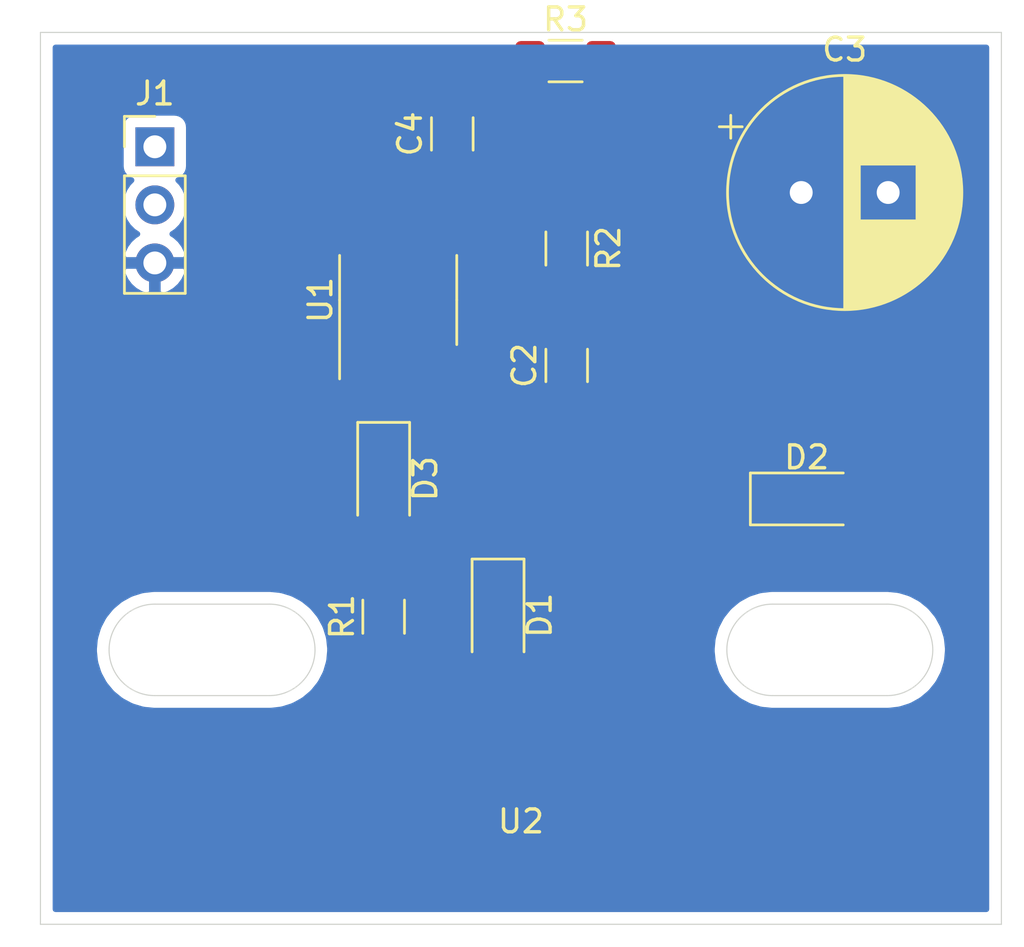
<source format=kicad_pcb>
(kicad_pcb (version 20211014) (generator pcbnew)
  (layers (0 "F.Cu" signal) (31 "B.Cu" signal) (34 "B.Paste" user) (35 "F.Paste" user) (36 "B.SilkS" user "B.Silkscreen") (37 "F.SilkS" user "F.Silkscreen") (38 "B.Mask" user) (39 "F.Mask" user) (44 "Edge.Cuts" user))
  (net 0 "")
  (net 1 "Net-(C2-Pad2)")
  (net 2 "GND")
  (net 3 "+9V")
  (net 4 "Net-(C4-Pad1)")
  (net 5 "Net-(J1-Pad2)")
  (net 6 "+12V")
  (net 7 "Net-(R1-Pad1)")
  (net 8 "Net-(D1-Pad1)")
  (net 9 "Net-(D3-Pad1)")
  (footprint "Capacitor_SMD:C_1206_3216Metric_Pad1.33x1.80mm_HandSolder" (layer "F.Cu") (at 150 92.5625 90)
    (fp_text reference "C2" (at 0 -1.85 90) (layer "F.SilkS"))
    (fp_text value "100p")
    (fp_line (start -0.711252 -0.91) (end 0.711252 -0.91) (layer "F.SilkS") (width 0.12))
    (fp_line (start -0.711252 0.91) (end 0.711252 0.91) (layer "F.SilkS") (width 0.12))
    (pad "1" smd roundrect locked (at -1.5625 0 90) (size 1.325 1.8) (layers "F.Cu" "F.Paste" "F.Mask") (roundrect_rratio 0.188679) (net 2 "GND"))
    (pad "2" smd roundrect locked (at 1.5625 0 90) (size 1.325 1.8) (layers "F.Cu" "F.Paste" "F.Mask") (roundrect_rratio 0.188679) (net 1 "Net-(C2-Pad2)"))
  )
  (footprint "Capacitor_THT:CP_Radial_D10.0mm_P3.80mm" (layer "F.Cu") (at 160.25 85)
    (fp_text reference "C3" (at 1.9 -6.25) (layer "F.SilkS"))
    (fp_text value "10u")
    (fp_line (start 2.941 1.241) (end 2.941 4.974) (layer "F.SilkS") (width 0.12))
    (fp_line (start 2.861 -4.99) (end 2.861 -1.241) (layer "F.SilkS") (width 0.12))
    (fp_line (start 6.061 -2.945) (end 6.061 2.945) (layer "F.SilkS") (width 0.12))
    (fp_line (start 3.061 1.241) (end 3.061 4.947) (layer "F.SilkS") (width 0.12))
    (fp_line (start 6.981 -0.599) (end 6.981 0.599) (layer "F.SilkS") (width 0.12))
    (fp_line (start 6.581 -2.037) (end 6.581 2.037) (layer "F.SilkS") (width 0.12))
    (fp_line (start 5.461 -3.64) (end 5.461 3.64) (layer "F.SilkS") (width 0.12))
    (fp_line (start 4.901 1.241) (end 4.901 4.11) (layer "F.SilkS") (width 0.12))
    (fp_line (start 4.301 1.241) (end 4.301 4.483) (layer "F.SilkS") (width 0.12))
    (fp_line (start 6.501 -2.209) (end 6.501 2.209) (layer "F.SilkS") (width 0.12))
    (fp_line (start 4.141 -4.564) (end 4.141 -1.241) (layer "F.SilkS") (width 0.12))
    (fp_line (start 2.46 -5.05) (end 2.46 5.05) (layer "F.SilkS") (width 0.12))
    (fp_line (start 4.581 -4.323) (end 4.581 -1.241) (layer "F.SilkS") (width 0.12))
    (fp_line (start 6.861 -1.23) (end 6.861 1.23) (layer "F.SilkS") (width 0.12))
    (fp_line (start 4.941 1.241) (end 4.941 4.08) (layer "F.SilkS") (width 0.12))
    (fp_line (start 2.02 -5.079) (end 2.02 5.079) (layer "F.SilkS") (width 0.12))
    (fp_line (start 5.021 1.241) (end 5.021 4.02) (layer "F.SilkS") (width 0.12))
    (fp_line (start 3.741 1.241) (end 3.741 4.738) (layer "F.SilkS") (width 0.12))
    (fp_line (start 6.941 -0.862) (end 6.941 0.862) (layer "F.SilkS") (width 0.12))
    (fp_line (start 4.221 1.241) (end 4.221 4.525) (layer "F.SilkS") (width 0.12))
    (fp_line (start 6.901 -1.062) (end 6.901 1.062) (layer "F.SilkS") (width 0.12))
    (fp_line (start 6.741 -1.63) (end 6.741 1.63) (layer "F.SilkS") (width 0.12))
    (fp_line (start 4.261 1.241) (end 4.261 4.504) (layer "F.SilkS") (width 0.12))
    (fp_line (start 2.22 -5.07) (end 2.22 5.07) (layer "F.SilkS") (width 0.12))
    (fp_line (start 2.821 -4.997) (end 2.821 -1.241) (layer "F.SilkS") (width 0.12))
    (fp_line (start 2.741 -5.011) (end 2.741 -1.241) (layer "F.SilkS") (width 0.12))
    (fp_line (start 4.021 1.241) (end 4.021 4.621) (layer "F.SilkS") (width 0.12))
    (fp_line (start 3.701 1.241) (end 3.701 4.754) (layer "F.SilkS") (width 0.12))
    (fp_line (start 3.661 1.241) (end 3.661 4.768) (layer "F.SilkS") (width 0.12))
    (fp_line (start 6.101 -2.889) (end 6.101 2.889) (layer "F.SilkS") (width 0.12))
    (fp_line (start 4.541 -4.347) (end 4.541 -1.241) (layer "F.SilkS") (width 0.12))
    (fp_line (start 4.021 -4.621) (end 4.021 -1.241) (layer "F.SilkS") (width 0.12))
    (fp_line (start 4.261 -4.504) (end 4.261 -1.241) (layer "F.SilkS") (width 0.12))
    (fp_line (start 4.101 1.241) (end 4.101 4.584) (layer "F.SilkS") (width 0.12))
    (fp_line (start 5.261 -3.824) (end 5.261 3.824) (layer "F.SilkS") (width 0.12))
    (fp_line (start 2.621 -5.03) (end 2.621 -1.241) (layer "F.SilkS") (width 0.12))
    (fp_line (start 3.741 -4.738) (end 3.741 -1.241) (layer "F.SilkS") (width 0.12))
    (fp_line (start 5.421 -3.679) (end 5.421 3.679) (layer "F.SilkS") (width 0.12))
    (fp_line (start 2.981 1.241) (end 2.981 4.965) (layer "F.SilkS") (width 0.12))
    (fp_line (start 6.821 -1.378) (end 6.821 1.378) (layer "F.SilkS") (width 0.12))
    (fp_line (start 3.981 -4.639) (end 3.981 -1.241) (layer "F.SilkS") (width 0.12))
    (fp_line (start 2.981 -4.965) (end 2.981 -1.241) (layer "F.SilkS") (width 0.12))
    (fp_line (start 6.541 -2.125) (end 6.541 2.125) (layer "F.SilkS") (width 0.12))
    (fp_line (start 4.661 -4.273) (end 4.661 -1.241) (layer "F.SilkS") (width 0.12))
    (fp_line (start 3.581 -4.797) (end 3.581 -1.241) (layer "F.SilkS") (width 0.12))
    (fp_line (start 3.661 -4.768) (end 3.661 -1.241) (layer "F.SilkS") (width 0.12))
    (fp_line (start 6.301 -2.579) (end 6.301 2.579) (layer "F.SilkS") (width 0.12))
    (fp_line (start 5.101 -3.957) (end 5.101 3.957) (layer "F.SilkS") (width 0.12))
    (fp_line (start 3.101 1.241) (end 3.101 4.938) (layer "F.SilkS") (width 0.12))
    (fp_line (start 4.461 1.241) (end 4.461 4.395) (layer "F.SilkS") (width 0.12))
    (fp_line (start 6.621 -1.944) (end 6.621 1.944) (layer "F.SilkS") (width 0.12))
    (fp_line (start 2.18 -5.073) (end 2.18 5.073) (layer "F.SilkS") (width 0.12))
    (fp_line (start 3.421 1.241) (end 3.421 4.85) (layer "F.SilkS") (width 0.12))
    (fp_line (start 5.781 -3.301) (end 5.781 3.301) (layer "F.SilkS") (width 0.12))
    (fp_line (start 3.861 1.241) (end 3.861 4.69) (layer "F.SilkS") (width 0.12))
    (fp_line (start 3.301 -4.885) (end 3.301 -1.241) (layer "F.SilkS") (width 0.12))
    (fp_line (start 3.621 -4.783) (end 3.621 -1.241) (layer "F.SilkS") (width 0.12))
    (fp_line (start 4.941 -4.08) (end 4.941 -1.241) (layer "F.SilkS") (width 0.12))
    (fp_line (start 3.461 -4.837) (end 3.461 -1.241) (layer "F.SilkS") (width 0.12))
    (fp_line (start 3.341 1.241) (end 3.341 4.874) (layer "F.SilkS") (width 0.12))
    (fp_line (start 4.781 -4.194) (end 4.781 -1.241) (layer "F.SilkS") (width 0.12))
    (fp_line (start 4.781 1.241) (end 4.781 4.194) (layer "F.SilkS") (width 0.12))
    (fp_line (start 3.901 -4.674) (end 3.901 -1.241) (layer "F.SilkS") (width 0.12))
    (fp_line (start 2.901 1.241) (end 2.901 4.982) (layer "F.SilkS") (width 0.12))
    (fp_line (start 4.301 -4.483) (end 4.301 -1.241) (layer "F.SilkS") (width 0.12))
    (fp_line (start 5.501 -3.601) (end 5.501 3.601) (layer "F.SilkS") (width 0.12))
    (fp_line (start 3.101 -4.938) (end 3.101 -1.241) (layer "F.SilkS") (width 0.12))
    (fp_line (start 5.301 -3.789) (end 5.301 3.789) (layer "F.SilkS") (width 0.12))
    (fp_line (start 4.381 1.241) (end 4.381 4.44) (layer "F.SilkS") (width 0.12))
    (fp_line (start 3.381 -4.862) (end 3.381 -1.241) (layer "F.SilkS") (width 0.12))
    (fp_line (start 5.181 -3.892) (end 5.181 3.892) (layer "F.SilkS") (width 0.12))
    (fp_line (start 5.341 -3.753) (end 5.341 3.753) (layer "F.SilkS") (width 0.12))
    (fp_line (start 5.901 -3.156) (end 5.901 3.156) (layer "F.SilkS") (width 0.12))
    (fp_line (start 2.861 1.241) (end 2.861 4.99) (layer "F.SilkS") (width 0.12))
    (fp_line (start 2.14 -5.075) (end 2.14 5.075) (layer "F.SilkS") (width 0.12))
    (fp_line (start 4.101 -4.584) (end 4.101 -1.241) (layer "F.SilkS") (width 0.12))
    (fp_line (start 3.221 1.241) (end 3.221 4.907) (layer "F.SilkS") (width 0.12))
    (fp_line (start 4.581 1.241) (end 4.581 4.323) (layer "F.SilkS") (width 0.12))
    (fp_line (start 3.901 1.241) (end 3.901 4.674) (layer "F.SilkS") (width 0.12))
    (fp_line (start 2.821 1.241) (end 2.821 4.997) (layer "F.SilkS") (width 0.12))
    (fp_line (start 4.981 -4.05) (end 4.981 -1.241) (layer "F.SilkS") (width 0.12))
    (fp_line (start 5.221 -3.858) (end 5.221 3.858) (layer "F.SilkS") (width 0.12))
    (fp_line (start 5.701 -3.392) (end 5.701 3.392) (layer "F.SilkS") (width 0.12))
    (fp_line (start 5.061 -3.989) (end 5.061 3.989) (layer "F.SilkS") (width 0.12))
    (fp_line (start 1.9 -5.08) (end 1.9 5.08) (layer "F.SilkS") (width 0.12))
    (fp_line (start 2.42 -5.054) (end 2.42 5.054) (layer "F.SilkS") (width 0.12))
    (fp_line (start 2.06 -5.078) (end 2.06 5.078) (layer "F.SilkS") (width 0.12))
    (fp_line (start 6.181 -2.77) (end 6.181 2.77) (layer "F.SilkS") (width 0.12))
    (fp_line (start 4.741 1.241) (end 4.741 4.221) (layer "F.SilkS") (width 0.12))
    (fp_line (start 4.381 -4.44) (end 4.381 -1.241) (layer "F.SilkS") (width 0.12))
    (fp_line (start 3.781 1.241) (end 3.781 4.723) (layer "F.SilkS") (width 0.12))
    (fp_line (start 6.781 -1.51) (end 6.781 1.51) (layer "F.SilkS") (width 0.12))
    (fp_line (start 6.421 -2.365) (end 6.421 2.365) (layer "F.SilkS") (width 0.12))
    (fp_line (start 5.581 -3.52) (end 5.581 3.52) (layer "F.SilkS") (width 0.12))
    (fp_line (start 3.501 1.241) (end 3.501 4.824) (layer "F.SilkS") (width 0.12))
    (fp_line (start 3.261 1.241) (end 3.261 4.897) (layer "F.SilkS") (width 0.12))
    (fp_line (start 1.94 -5.08) (end 1.94 5.08) (layer "F.SilkS") (width 0.12))
    (fp_line (start 3.301 1.241) (end 3.301 4.885) (layer "F.SilkS") (width 0.12))
    (fp_line (start 4.421 1.241) (end 4.421 4.417) (layer "F.SilkS") (width 0.12))
    (fp_line (start 5.021 -4.02) (end 5.021 -1.241) (layer "F.SilkS") (width 0.12))
    (fp_line (start 3.381 1.241) (end 3.381 4.862) (layer "F.SilkS") (width 0.12))
    (fp_line (start 2.34 -5.062) (end 2.34 5.062) (layer "F.SilkS") (width 0.12))
    (fp_line (start 4.981 1.241) (end 4.981 4.05) (layer "F.SilkS") (width 0.12))
    (fp_line (start 4.061 -4.603) (end 4.061 -1.241) (layer "F.SilkS") (width 0.12))
    (fp_line (start 6.461 -2.289) (end 6.461 2.289) (layer "F.SilkS") (width 0.12))
    (fp_line (start 3.501 -4.824) (end 3.501 -1.241) (layer "F.SilkS") (width 0.12))
    (fp_line (start 5.381 -3.716) (end 5.381 3.716) (layer "F.SilkS") (width 0.12))
    (fp_line (start -3.579646 -2.875) (end -2.579646 -2.875) (layer "F.SilkS") (width 0.12))
    (fp_line (start 3.541 -4.811) (end 3.541 -1.241) (layer "F.SilkS") (width 0.12))
    (fp_line (start 1.98 -5.08) (end 1.98 5.08) (layer "F.SilkS") (width 0.12))
    (fp_line (start 4.181 -4.545) (end 4.181 -1.241) (layer "F.SilkS") (width 0.12))
    (fp_line (start 4.861 1.241) (end 4.861 4.138) (layer "F.SilkS") (width 0.12))
    (fp_line (start 3.021 1.241) (end 3.021 4.956) (layer "F.SilkS") (width 0.12))
    (fp_line (start 3.221 -4.907) (end 3.221 -1.241) (layer "F.SilkS") (width 0.12))
    (fp_line (start 2.5 -5.045) (end 2.5 5.045) (layer "F.SilkS") (width 0.12))
    (fp_line (start 3.181 1.241) (end 3.181 4.918) (layer "F.SilkS") (width 0.12))
    (fp_line (start 6.661 -1.846) (end 6.661 1.846) (layer "F.SilkS") (width 0.12))
    (fp_line (start 3.621 1.241) (end 3.621 4.783) (layer "F.SilkS") (width 0.12))
    (fp_line (start 2.661 -5.024) (end 2.661 -1.241) (layer "F.SilkS") (width 0.12))
    (fp_line (start 2.741 1.241) (end 2.741 5.011) (layer "F.SilkS") (width 0.12))
    (fp_line (start 2.661 1.241) (end 2.661 5.024) (layer "F.SilkS") (width 0.12))
    (fp_line (start 4.341 1.241) (end 4.341 4.462) (layer "F.SilkS") (width 0.12))
    (fp_line (start 2.621 1.241) (end 2.621 5.03) (layer "F.SilkS") (width 0.12))
    (fp_line (start 4.621 1.241) (end 4.621 4.298) (layer "F.SilkS") (width 0.12))
    (fp_line (start 3.181 -4.918) (end 3.181 -1.241) (layer "F.SilkS") (width 0.12))
    (fp_line (start 3.141 -4.928) (end 3.141 -1.241) (layer "F.SilkS") (width 0.12))
    (fp_line (start 6.021 -3) (end 6.021 3) (layer "F.SilkS") (width 0.12))
    (fp_line (start 5.821 -3.254) (end 5.821 3.254) (layer "F.SilkS") (width 0.12))
    (fp_line (start 5.621 -3.478) (end 5.621 3.478) (layer "F.SilkS") (width 0.12))
    (fp_line (start 3.701 -4.754) (end 3.701 -1.241) (layer "F.SilkS") (width 0.12))
    (fp_line (start 2.38 -5.058) (end 2.38 5.058) (layer "F.SilkS") (width 0.12))
    (fp_line (start 3.821 1.241) (end 3.821 4.707) (layer "F.SilkS") (width 0.12))
    (fp_line (start 2.54 -5.04) (end 2.54 5.04) (layer "F.SilkS") (width 0.12))
    (fp_line (start 5.741 -3.347) (end 5.741 3.347) (layer "F.SilkS") (width 0.12))
    (fp_line (start 3.861 -4.69) (end 3.861 -1.241) (layer "F.SilkS") (width 0.12))
    (fp_line (start 3.941 1.241) (end 3.941 4.657) (layer "F.SilkS") (width 0.12))
    (fp_line (start 2.26 -5.068) (end 2.26 5.068) (layer "F.SilkS") (width 0.12))
    (fp_line (start 3.981 1.241) (end 3.981 4.639) (layer "F.SilkS") (width 0.12))
    (fp_line (start 4.621 -4.298) (end 4.621 -1.241) (layer "F.SilkS") (width 0.12))
    (fp_line (start 2.701 1.241) (end 2.701 5.018) (layer "F.SilkS") (width 0.12))
    (fp_line (start 6.221 -2.709) (end 6.221 2.709) (layer "F.SilkS") (width 0.12))
    (fp_line (start 2.3 -5.065) (end 2.3 5.065) (layer "F.SilkS") (width 0.12))
    (fp_line (start 6.381 -2.439) (end 6.381 2.439) (layer "F.SilkS") (width 0.12))
    (fp_line (start -3.079646 -3.375) (end -3.079646 -2.375) (layer "F.SilkS") (width 0.12))
    (fp_line (start 4.741 -4.221) (end 4.741 -1.241) (layer "F.SilkS") (width 0.12))
    (fp_line (start 6.701 -1.742) (end 6.701 1.742) (layer "F.SilkS") (width 0.12))
    (fp_line (start 5.661 -3.436) (end 5.661 3.436) (layer "F.SilkS") (width 0.12))
    (fp_line (start 5.541 -3.561) (end 5.541 3.561) (layer "F.SilkS") (width 0.12))
    (fp_line (start 4.821 1.241) (end 4.821 4.166) (layer "F.SilkS") (width 0.12))
    (fp_line (start 4.701 -4.247) (end 4.701 -1.241) (layer "F.SilkS") (width 0.12))
    (fp_line (start 6.341 -2.51) (end 6.341 2.51) (layer "F.SilkS") (width 0.12))
    (fp_line (start 4.541 1.241) (end 4.541 4.347) (layer "F.SilkS") (width 0.12))
    (fp_line (start 2.941 -4.974) (end 2.941 -1.241) (layer "F.SilkS") (width 0.12))
    (fp_line (start 5.941 -3.106) (end 5.941 3.106) (layer "F.SilkS") (width 0.12))
    (fp_line (start 6.141 -2.83) (end 6.141 2.83) (layer "F.SilkS") (width 0.12))
    (fp_line (start 2.58 -5.035) (end 2.58 -1.241) (layer "F.SilkS") (width 0.12))
    (fp_line (start 4.421 -4.417) (end 4.421 -1.241) (layer "F.SilkS") (width 0.12))
    (fp_line (start 3.421 -4.85) (end 3.421 -1.241) (layer "F.SilkS") (width 0.12))
    (fp_line (start 3.061 -4.947) (end 3.061 -1.241) (layer "F.SilkS") (width 0.12))
    (fp_line (start 4.181 1.241) (end 4.181 4.545) (layer "F.SilkS") (width 0.12))
    (fp_line (start 4.661 1.241) (end 4.661 4.273) (layer "F.SilkS") (width 0.12))
    (fp_line (start 3.541 1.241) (end 3.541 4.811) (layer "F.SilkS") (width 0.12))
    (fp_line (start 4.341 -4.462) (end 4.341 -1.241) (layer "F.SilkS") (width 0.12))
    (fp_line (start 2.58 1.241) (end 2.58 5.035) (layer "F.SilkS") (width 0.12))
    (fp_line (start 3.261 -4.897) (end 3.261 -1.241) (layer "F.SilkS") (width 0.12))
    (fp_line (start 4.461 -4.395) (end 4.461 -1.241) (layer "F.SilkS") (width 0.12))
    (fp_line (start 2.781 1.241) (end 2.781 5.004) (layer "F.SilkS") (width 0.12))
    (fp_line (start 2.701 -5.018) (end 2.701 -1.241) (layer "F.SilkS") (width 0.12))
    (fp_line (start 4.501 1.241) (end 4.501 4.371) (layer "F.SilkS") (width 0.12))
    (fp_line (start 3.341 -4.874) (end 3.341 -1.241) (layer "F.SilkS") (width 0.12))
    (fp_line (start 3.821 -4.707) (end 3.821 -1.241) (layer "F.SilkS") (width 0.12))
    (fp_line (start 4.501 -4.371) (end 4.501 -1.241) (layer "F.SilkS") (width 0.12))
    (fp_line (start 3.141 1.241) (end 3.141 4.928) (layer "F.SilkS") (width 0.12))
    (fp_line (start 3.941 -4.657) (end 3.941 -1.241) (layer "F.SilkS") (width 0.12))
    (fp_line (start 6.261 -2.645) (end 6.261 2.645) (layer "F.SilkS") (width 0.12))
    (fp_line (start 5.141 -3.925) (end 5.141 3.925) (layer "F.SilkS") (width 0.12))
    (fp_line (start 4.141 1.241) (end 4.141 4.564) (layer "F.SilkS") (width 0.12))
    (fp_line (start 4.701 1.241) (end 4.701 4.247) (layer "F.SilkS") (width 0.12))
    (fp_line (start 4.061 1.241) (end 4.061 4.603) (layer "F.SilkS") (width 0.12))
    (fp_line (start 2.781 -5.004) (end 2.781 -1.241) (layer "F.SilkS") (width 0.12))
    (fp_line (start 5.981 -3.054) (end 5.981 3.054) (layer "F.SilkS") (width 0.12))
    (fp_line (start 3.581 1.241) (end 3.581 4.797) (layer "F.SilkS") (width 0.12))
    (fp_line (start 3.021 -4.956) (end 3.021 -1.241) (layer "F.SilkS") (width 0.12))
    (fp_line (start 4.861 -4.138) (end 4.861 -1.241) (layer "F.SilkS") (width 0.12))
    (fp_line (start 4.221 -4.525) (end 4.221 -1.241) (layer "F.SilkS") (width 0.12))
    (fp_line (start 4.901 -4.11) (end 4.901 -1.241) (layer "F.SilkS") (width 0.12))
    (fp_line (start 4.821 -4.166) (end 4.821 -1.241) (layer "F.SilkS") (width 0.12))
    (fp_line (start 3.781 -4.723) (end 3.781 -1.241) (layer "F.SilkS") (width 0.12))
    (fp_line (start 5.861 -3.206) (end 5.861 3.206) (layer "F.SilkS") (width 0.12))
    (fp_line (start 3.461 1.241) (end 3.461 4.837) (layer "F.SilkS") (width 0.12))
    (fp_line (start 2.901 -4.982) (end 2.901 -1.241) (layer "F.SilkS") (width 0.12))
    (fp_line (start 2.1 -5.077) (end 2.1 5.077) (layer "F.SilkS") (width 0.12))
    (fp_circle (center 1.9 0) (end 7.02 0) (layer "F.SilkS") (width 0.12) (fill none))
    (pad "1" thru_hole rect locked (at 0 0) (size 2 2) (drill 1) (layers *.Cu *.Mask) (net 3 "+9V"))
    (pad "2" thru_hole circle locked (at 3.8 0) (size 2 2) (drill 1) (layers *.Cu *.Mask) (net 2 "GND"))
  )
  (footprint "Capacitor_SMD:C_1206_3216Metric_Pad1.33x1.80mm_HandSolder" (layer "F.Cu") (at 145 82.4375 90)
    (fp_text reference "C4" (at 0 -1.85 90) (layer "F.SilkS"))
    (fp_text value "10n")
    (fp_line (start -0.711252 -0.91) (end 0.711252 -0.91) (layer "F.SilkS") (width 0.12))
    (fp_line (start -0.711252 0.91) (end 0.711252 0.91) (layer "F.SilkS") (width 0.12))
    (pad "1" smd roundrect locked (at -1.5625 0 90) (size 1.325 1.8) (layers "F.Cu" "F.Paste" "F.Mask") (roundrect_rratio 0.188679) (net 4 "Net-(C4-Pad1)"))
    (pad "2" smd roundrect locked (at 1.5625 0 90) (size 1.325 1.8) (layers "F.Cu" "F.Paste" "F.Mask") (roundrect_rratio 0.188679) (net 2 "GND"))
  )
  (footprint "Diode_SMD:D_1206_3216Metric_Pad1.42x1.75mm_HandSolder" (layer "F.Cu") (at 147 103.4875 -90)
    (fp_text reference "D1" (at 0 -1.82 90) (layer "F.SilkS"))
    (fp_text value "5V")
    (fp_line (start -2.46 -1.135) (end -2.46 1.135) (layer "F.SilkS") (width 0.12))
    (fp_line (start -2.46 1.135) (end 1.6 1.135) (layer "F.SilkS") (width 0.12))
    (fp_line (start 1.6 -1.135) (end -2.46 -1.135) (layer "F.SilkS") (width 0.12))
    (pad "1" smd roundrect locked (at -1.4875 0 270) (size 1.425 1.75) (layers "F.Cu" "F.Paste" "F.Mask") (roundrect_rratio 0.175439) (net 8 "Net-(D1-Pad1)"))
    (pad "2" smd roundrect locked (at 1.4875 0 270) (size 1.425 1.75) (layers "F.Cu" "F.Paste" "F.Mask") (roundrect_rratio 0.175439) (net 2 "GND"))
  )
  (footprint "Diode_SMD:D_1206_3216Metric_Pad1.42x1.75mm_HandSolder" (layer "F.Cu") (at 160.4875 98.4)
    (fp_text reference "D2" (at 0 -1.82) (layer "F.SilkS"))
    (fp_text value "9V")
    (fp_line (start 1.6 -1.135) (end -2.46 -1.135) (layer "F.SilkS") (width 0.12))
    (fp_line (start -2.46 -1.135) (end -2.46 1.135) (layer "F.SilkS") (width 0.12))
    (fp_line (start -2.46 1.135) (end 1.6 1.135) (layer "F.SilkS") (width 0.12))
    (pad "1" smd roundrect locked (at -1.4875 0) (size 1.425 1.75) (layers "F.Cu" "F.Paste" "F.Mask") (roundrect_rratio 0.175439) (net 3 "+9V"))
    (pad "2" smd roundrect locked (at 1.4875 0) (size 1.425 1.75) (layers "F.Cu" "F.Paste" "F.Mask") (roundrect_rratio 0.175439) (net 2 "GND"))
  )
  (footprint "Connector_PinHeader_2.54mm:PinHeader_1x03_P2.54mm_Vertical" (layer "F.Cu") (at 132 83)
    (fp_text reference "J1" (at 0 -2.33) (layer "F.SilkS"))
    (fp_text value "Conn_01x03_Male")
    (fp_line (start -1.33 1.27) (end -1.33 6.41) (layer "F.SilkS") (width 0.12))
    (fp_line (start -1.33 -1.33) (end 0 -1.33) (layer "F.SilkS") (width 0.12))
    (fp_line (start -1.33 6.41) (end 1.33 6.41) (layer "F.SilkS") (width 0.12))
    (fp_line (start -1.33 0) (end -1.33 -1.33) (layer "F.SilkS") (width 0.12))
    (fp_line (start -1.33 1.27) (end 1.33 1.27) (layer "F.SilkS") (width 0.12))
    (fp_line (start 1.33 1.27) (end 1.33 6.41) (layer "F.SilkS") (width 0.12))
    (pad "1" thru_hole rect locked (at 0 0) (size 1.7 1.7) (drill 1) (layers *.Cu *.Mask) (net 6 "+12V"))
    (pad "2" thru_hole oval locked (at 0 2.54) (size 1.7 1.7) (drill 1) (layers *.Cu *.Mask) (net 5 "Net-(J1-Pad2)"))
    (pad "3" thru_hole oval locked (at 0 5.08) (size 1.7 1.7) (drill 1) (layers *.Cu *.Mask) (net 2 "GND"))
  )
  (footprint "Resistor_SMD:R_1206_3216Metric_Pad1.30x1.75mm_HandSolder" (layer "F.Cu") (at 142 103.55 90)
    (fp_text reference "R1" (at 0 -1.82 90) (layer "F.SilkS"))
    (fp_text value "1k")
    (fp_line (start -0.727064 0.91) (end 0.727064 0.91) (layer "F.SilkS") (width 0.12))
    (fp_line (start -0.727064 -0.91) (end 0.727064 -0.91) (layer "F.SilkS") (width 0.12))
    (pad "1" smd roundrect locked (at -1.55 0 90) (size 1.3 1.75) (layers "F.Cu" "F.Paste" "F.Mask") (roundrect_rratio 0.192308) (net 7 "Net-(R1-Pad1)"))
    (pad "2" smd roundrect locked (at 1.55 0 90) (size 1.3 1.75) (layers "F.Cu" "F.Paste" "F.Mask") (roundrect_rratio 0.192308) (net 8 "Net-(D1-Pad1)"))
  )
  (footprint "Resistor_SMD:R_1206_3216Metric_Pad1.30x1.75mm_HandSolder" (layer "F.Cu") (at 150 87.45 -90)
    (fp_text reference "R2" (at 0 -1.82 -270) (layer "F.SilkS"))
    (fp_text value "47k")
    (fp_line (start -0.727064 -0.91) (end 0.727064 -0.91) (layer "F.SilkS") (width 0.12))
    (fp_line (start -0.727064 0.91) (end 0.727064 0.91) (layer "F.SilkS") (width 0.12))
    (pad "1" smd roundrect locked (at -1.55 0 270) (size 1.3 1.75) (layers "F.Cu" "F.Paste" "F.Mask") (roundrect_rratio 0.192308) (net 3 "+9V"))
    (pad "2" smd roundrect locked (at 1.55 0 270) (size 1.3 1.75) (layers "F.Cu" "F.Paste" "F.Mask") (roundrect_rratio 0.192308) (net 1 "Net-(C2-Pad2)"))
  )
  (footprint "Resistor_SMD:R_1206_3216Metric_Pad1.30x1.75mm_HandSolder" (layer "F.Cu") (at 149.95 79.25)
    (fp_text reference "R3" (at 0 -1.82) (layer "F.SilkS"))
    (fp_text value "15")
    (fp_line (start -0.727064 0.91) (end 0.727064 0.91) (layer "F.SilkS") (width 0.12))
    (fp_line (start -0.727064 -0.91) (end 0.727064 -0.91) (layer "F.SilkS") (width 0.12))
    (pad "1" smd roundrect locked (at -1.55 0) (size 1.3 1.75) (layers "F.Cu" "F.Paste" "F.Mask") (roundrect_rratio 0.192308) (net 6 "+12V"))
    (pad "2" smd roundrect locked (at 1.55 0) (size 1.3 1.75) (layers "F.Cu" "F.Paste" "F.Mask") (roundrect_rratio 0.192308) (net 3 "+9V"))
  )
  (footprint "Package_SO:SOIC-8_3.9x4.9mm_P1.27mm" (layer "F.Cu") (at 142.635 89.7 90)
    (fp_text reference "U1" (at 0 -3.4 90) (layer "F.SilkS"))
    (fp_text value "LM555xM")
    (fp_line (start 0 -2.56) (end -3.45 -2.56) (layer "F.SilkS") (width 0.12))
    (fp_line (start 0 -2.56) (end 1.95 -2.56) (layer "F.SilkS") (width 0.12))
    (fp_line (start 0 2.56) (end -1.95 2.56) (layer "F.SilkS") (width 0.12))
    (fp_line (start 0 2.56) (end 1.95 2.56) (layer "F.SilkS") (width 0.12))
    (pad "1" smd roundrect locked (at -2.475 -1.905 90) (size 1.95 0.6) (layers "F.Cu" "F.Paste" "F.Mask") (net 2 "GND"))
    (pad "2" smd roundrect locked (at -2.475 -0.635 90) (size 1.95 0.6) (layers "F.Cu" "F.Paste" "F.Mask") (net 9 "Net-(D3-Pad1)"))
    (pad "3" smd roundrect locked (at -2.475 0.635 90) (size 1.95 0.6) (layers "F.Cu" "F.Paste" "F.Mask") (net 5 "Net-(J1-Pad2)"))
    (pad "4" smd roundrect locked (at -2.475 1.905 90) (size 1.95 0.6) (layers "F.Cu" "F.Paste" "F.Mask") (net 3 "+9V"))
    (pad "5" smd roundrect locked (at 2.475 1.905 90) (size 1.95 0.6) (layers "F.Cu" "F.Paste" "F.Mask") (net 4 "Net-(C4-Pad1)"))
    (pad "6" smd roundrect locked (at 2.475 0.635 90) (size 1.95 0.6) (layers "F.Cu" "F.Paste" "F.Mask") (net 1 "Net-(C2-Pad2)"))
    (pad "7" smd roundrect locked (at 2.475 -0.635 90) (size 1.95 0.6) (layers "F.Cu" "F.Paste" "F.Mask") (net 1 "Net-(C2-Pad2)"))
    (pad "8" smd roundrect locked (at 2.475 -1.905 90) (size 1.95 0.6) (layers "F.Cu" "F.Paste" "F.Mask") (net 3 "+9V"))
  )
  (footprint "Diode_SMD:D_1206_3216Metric_Pad1.42x1.75mm_HandSolder" (layer "F.Cu") (at 142 97.5125 -90)
    (fp_text reference "D3" (at 0 -1.82 90) (layer "F.SilkS"))
    (fp_text value "D")
    (fp_line (start 1.6 -1.135) (end -2.46 -1.135) (layer "F.SilkS") (width 0.12))
    (fp_line (start -2.46 1.135) (end 1.6 1.135) (layer "F.SilkS") (width 0.12))
    (fp_line (start -2.46 -1.135) (end -2.46 1.135) (layer "F.SilkS") (width 0.12))
    (pad "1" smd roundrect locked (at -1.4875 0 270) (size 1.425 1.75) (layers "F.Cu" "F.Paste" "F.Mask") (roundrect_rratio 0.175439) (net 9 "Net-(D3-Pad1)"))
    (pad "2" smd roundrect locked (at 1.4875 0 270) (size 1.425 1.75) (layers "F.Cu" "F.Paste" "F.Mask") (roundrect_rratio 0.175439) (net 8 "Net-(D1-Pad1)"))
  )
  (footprint "footprints:TachoCapPlate" (layer "F.Cu") (at 148 112)
    (fp_text reference "U2" (at 0 0.5) (layer "F.SilkS"))
    (fp_text value "TachoCapPlate")
    (pad "1" smd rect locked (at 0 0) (size 40 8) (layers "F.Cu" "F.Paste" "F.Mask"))
  )
  (gr_line (start 132 103) (end 137 103) (layer "Edge.Cuts") (width 0.05))
  (gr_line (start 137 107) (end 132 107) (layer "Edge.Cuts") (width 0.05))
  (gr_line (start 164 107) (end 159 107) (layer "Edge.Cuts") (width 0.05))
  (gr_arc (start 164 103) (mid 166 105) (end 164 107) (layer "Edge.Cuts") (width 0.05))
  (gr_arc (start 159 107) (mid 157 105) (end 159 103) (layer "Edge.Cuts") (width 0.05))
  (gr_line (start 159 103) (end 164 103) (layer "Edge.Cuts") (width 0.05))
  (gr_line (start 169 117) (end 127 117) (layer "Edge.Cuts") (width 0.05))
  (gr_line (start 127 78) (end 169 78) (layer "Edge.Cuts") (width 0.05))
  (gr_arc (start 132 107) (mid 130 105) (end 132 103) (layer "Edge.Cuts") (width 0.05))
  (gr_line (start 169 78) (end 169 117) (layer "Edge.Cuts") (width 0.05))
  (gr_line (start 127 117) (end 127 78) (layer "Edge.Cuts") (width 0.05))
  (gr_arc (start 137 103) (mid 139 105) (end 137 107) (layer "Edge.Cuts") (width 0.05))
  (segment (start 142 106) (end 148 112) (width 0.25) (layer "F.Cu") (net 7))
  (segment (start 142 105.1) (end 142 106) (width 0.25) (layer "F.Cu") (net 7))
  (segment (start 142 102) (end 142 99) (width 0.25) (layer "F.Cu") (net 8))
  (segment (start 142 102) (end 147 102) (width 0.25) (layer "F.Cu") (net 8))
  (zone (net 2) (net_name "GND") (layer "B.Cu") (connect_pads (clearance 0.508)) (min_thickness 0.254) (fill yes (thermal_gap 0.508) (thermal_bridge_width 0.508))
    (polygon (pts (xy 170 118) (xy 126 118) (xy 126 77) (xy 170 77)))
  )
)
</source>
